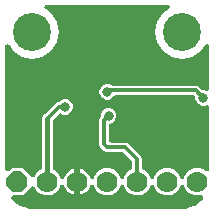
<source format=gbr>
G04 EAGLE Gerber RS-274X export*
G75*
%MOMM*%
%FSLAX34Y34*%
%LPD*%
%INBottom Copper*%
%IPPOS*%
%AMOC8*
5,1,8,0,0,1.08239X$1,22.5*%
G01*
%ADD10C,3.216000*%
%ADD11P,1.924489X8X112.500000*%
%ADD12C,1.778000*%
%ADD13C,0.800100*%
%ADD14C,0.406400*%
%ADD15C,0.304800*%

G36*
X152466Y2547D02*
X152466Y2547D01*
X152559Y2547D01*
X155818Y2803D01*
X155890Y2816D01*
X155963Y2820D01*
X156128Y2859D01*
X156214Y2875D01*
X156245Y2887D01*
X156286Y2897D01*
X162483Y4910D01*
X162623Y4972D01*
X162766Y5026D01*
X162813Y5055D01*
X162852Y5072D01*
X162922Y5121D01*
X163050Y5199D01*
X168322Y9029D01*
X168436Y9131D01*
X168555Y9227D01*
X168591Y9269D01*
X168622Y9297D01*
X168674Y9366D01*
X168771Y9478D01*
X169807Y10904D01*
X169830Y10944D01*
X169860Y10980D01*
X169932Y11118D01*
X170010Y11251D01*
X170025Y11296D01*
X170047Y11337D01*
X170090Y11485D01*
X170140Y11632D01*
X170147Y11679D01*
X170160Y11723D01*
X170173Y11878D01*
X170193Y12031D01*
X170190Y12078D01*
X170194Y12125D01*
X170177Y12278D01*
X170167Y12433D01*
X170154Y12478D01*
X170149Y12525D01*
X170102Y12672D01*
X170061Y12822D01*
X170040Y12863D01*
X170026Y12908D01*
X169950Y13043D01*
X169881Y13182D01*
X169852Y13219D01*
X169829Y13259D01*
X169729Y13377D01*
X169634Y13499D01*
X169598Y13530D01*
X169568Y13565D01*
X169446Y13661D01*
X169328Y13762D01*
X169287Y13785D01*
X169251Y13813D01*
X169112Y13883D01*
X168977Y13959D01*
X168933Y13973D01*
X168891Y13994D01*
X168742Y14035D01*
X168594Y14083D01*
X168548Y14088D01*
X168503Y14100D01*
X168348Y14111D01*
X168194Y14129D01*
X168148Y14125D01*
X168101Y14128D01*
X167947Y14108D01*
X167793Y14095D01*
X167748Y14082D01*
X167702Y14076D01*
X167464Y13999D01*
X167406Y13983D01*
X167397Y13978D01*
X167386Y13974D01*
X167374Y13969D01*
X162826Y13969D01*
X158625Y15709D01*
X155409Y18925D01*
X154277Y21660D01*
X154272Y21668D01*
X154270Y21676D01*
X154177Y21845D01*
X154086Y22015D01*
X154081Y22022D01*
X154076Y22030D01*
X153952Y22177D01*
X153830Y22325D01*
X153823Y22331D01*
X153817Y22338D01*
X153666Y22458D01*
X153517Y22579D01*
X153510Y22583D01*
X153502Y22589D01*
X153332Y22676D01*
X153161Y22766D01*
X153152Y22769D01*
X153144Y22773D01*
X152962Y22824D01*
X152774Y22879D01*
X152765Y22880D01*
X152757Y22882D01*
X152566Y22897D01*
X152373Y22914D01*
X152364Y22913D01*
X152356Y22913D01*
X152165Y22890D01*
X151973Y22869D01*
X151965Y22866D01*
X151956Y22865D01*
X151775Y22805D01*
X151590Y22745D01*
X151582Y22741D01*
X151574Y22738D01*
X151407Y22643D01*
X151238Y22549D01*
X151232Y22543D01*
X151224Y22539D01*
X151077Y22411D01*
X150933Y22287D01*
X150927Y22280D01*
X150920Y22274D01*
X150803Y22121D01*
X150684Y21970D01*
X150680Y21962D01*
X150675Y21955D01*
X150523Y21660D01*
X149391Y18925D01*
X146175Y15709D01*
X143425Y14570D01*
X143424Y14570D01*
X141974Y13969D01*
X137426Y13969D01*
X133225Y15709D01*
X130009Y18925D01*
X128877Y21660D01*
X128872Y21668D01*
X128870Y21676D01*
X128776Y21847D01*
X128686Y22015D01*
X128681Y22022D01*
X128676Y22030D01*
X128552Y22178D01*
X128430Y22325D01*
X128423Y22331D01*
X128417Y22338D01*
X128267Y22458D01*
X128117Y22579D01*
X128109Y22583D01*
X128102Y22589D01*
X127930Y22677D01*
X127761Y22766D01*
X127752Y22769D01*
X127744Y22773D01*
X127558Y22825D01*
X127374Y22879D01*
X127365Y22880D01*
X127357Y22882D01*
X127166Y22897D01*
X126973Y22914D01*
X126964Y22913D01*
X126956Y22913D01*
X126764Y22890D01*
X126573Y22869D01*
X126565Y22866D01*
X126556Y22865D01*
X126373Y22804D01*
X126190Y22745D01*
X126182Y22741D01*
X126174Y22738D01*
X126007Y22643D01*
X125838Y22549D01*
X125832Y22543D01*
X125824Y22539D01*
X125679Y22412D01*
X125533Y22287D01*
X125527Y22280D01*
X125520Y22274D01*
X125403Y22121D01*
X125284Y21970D01*
X125280Y21962D01*
X125275Y21955D01*
X125123Y21660D01*
X123991Y18925D01*
X120775Y15709D01*
X118025Y14570D01*
X118024Y14570D01*
X116574Y13969D01*
X112026Y13969D01*
X107825Y15709D01*
X104609Y18925D01*
X103477Y21660D01*
X103472Y21668D01*
X103470Y21676D01*
X103376Y21847D01*
X103286Y22015D01*
X103281Y22022D01*
X103276Y22030D01*
X103152Y22178D01*
X103030Y22325D01*
X103023Y22331D01*
X103017Y22338D01*
X102867Y22458D01*
X102717Y22579D01*
X102709Y22583D01*
X102702Y22589D01*
X102530Y22677D01*
X102361Y22766D01*
X102352Y22769D01*
X102344Y22773D01*
X102158Y22825D01*
X101974Y22879D01*
X101965Y22880D01*
X101957Y22882D01*
X101766Y22897D01*
X101573Y22914D01*
X101564Y22913D01*
X101556Y22913D01*
X101364Y22890D01*
X101173Y22869D01*
X101165Y22866D01*
X101156Y22865D01*
X100973Y22804D01*
X100790Y22745D01*
X100782Y22741D01*
X100774Y22738D01*
X100607Y22643D01*
X100438Y22549D01*
X100432Y22543D01*
X100424Y22539D01*
X100279Y22412D01*
X100133Y22287D01*
X100127Y22280D01*
X100120Y22274D01*
X100003Y22121D01*
X99884Y21970D01*
X99880Y21962D01*
X99875Y21955D01*
X99723Y21660D01*
X98591Y18925D01*
X95375Y15709D01*
X92625Y14570D01*
X92624Y14570D01*
X91174Y13969D01*
X86626Y13969D01*
X82425Y15709D01*
X79209Y18925D01*
X78069Y21678D01*
X78027Y21756D01*
X77994Y21838D01*
X77933Y21933D01*
X77879Y22032D01*
X77823Y22101D01*
X77774Y22175D01*
X77695Y22256D01*
X77623Y22343D01*
X77554Y22399D01*
X77491Y22462D01*
X77398Y22525D01*
X77310Y22597D01*
X77232Y22638D01*
X77158Y22688D01*
X77053Y22731D01*
X76954Y22784D01*
X76868Y22809D01*
X76786Y22843D01*
X76676Y22865D01*
X76567Y22897D01*
X76479Y22904D01*
X76392Y22922D01*
X76279Y22922D01*
X76166Y22931D01*
X76078Y22921D01*
X75989Y22921D01*
X75878Y22899D01*
X75766Y22886D01*
X75682Y22859D01*
X75594Y22841D01*
X75490Y22798D01*
X75383Y22763D01*
X75305Y22720D01*
X75223Y22685D01*
X75130Y22622D01*
X75031Y22567D01*
X74964Y22509D01*
X74890Y22459D01*
X74811Y22378D01*
X74725Y22305D01*
X74671Y22235D01*
X74608Y22172D01*
X74547Y22077D01*
X74477Y21988D01*
X74437Y21908D01*
X74389Y21834D01*
X74334Y21704D01*
X74296Y21628D01*
X74284Y21584D01*
X74261Y21528D01*
X74093Y21012D01*
X73276Y19409D01*
X72219Y17953D01*
X70947Y16681D01*
X69491Y15624D01*
X67888Y14807D01*
X66177Y14251D01*
X65999Y14223D01*
X65999Y24932D01*
X65997Y24950D01*
X65999Y24967D01*
X65978Y25149D01*
X65959Y25332D01*
X65954Y25349D01*
X65952Y25367D01*
X65939Y25408D01*
X65966Y25502D01*
X65968Y25520D01*
X65972Y25537D01*
X65999Y25868D01*
X65999Y36577D01*
X66177Y36549D01*
X67888Y35993D01*
X69491Y35176D01*
X70947Y34119D01*
X72219Y32847D01*
X73276Y31391D01*
X74093Y29788D01*
X74261Y29272D01*
X74297Y29191D01*
X74323Y29106D01*
X74377Y29007D01*
X74423Y28903D01*
X74474Y28831D01*
X74516Y28753D01*
X74589Y28666D01*
X74654Y28574D01*
X74718Y28513D01*
X74775Y28445D01*
X74864Y28374D01*
X74946Y28296D01*
X75021Y28249D01*
X75090Y28194D01*
X75191Y28142D01*
X75286Y28082D01*
X75369Y28050D01*
X75448Y28010D01*
X75557Y27979D01*
X75663Y27939D01*
X75750Y27924D01*
X75836Y27900D01*
X75948Y27891D01*
X76060Y27873D01*
X76149Y27876D01*
X76237Y27869D01*
X76349Y27883D01*
X76462Y27886D01*
X76549Y27907D01*
X76637Y27918D01*
X76744Y27953D01*
X76854Y27979D01*
X76935Y28016D01*
X77019Y28044D01*
X77117Y28100D01*
X77220Y28147D01*
X77292Y28200D01*
X77369Y28244D01*
X77454Y28318D01*
X77545Y28384D01*
X77605Y28450D01*
X77672Y28508D01*
X77741Y28598D01*
X77818Y28681D01*
X77864Y28757D01*
X77918Y28827D01*
X77982Y28953D01*
X78026Y29025D01*
X78042Y29069D01*
X78069Y29122D01*
X79209Y31875D01*
X82425Y35091D01*
X82686Y35199D01*
X86626Y36831D01*
X91174Y36831D01*
X95375Y35091D01*
X98591Y31875D01*
X99723Y29140D01*
X99728Y29132D01*
X99730Y29124D01*
X99822Y28956D01*
X99914Y28785D01*
X99919Y28778D01*
X99924Y28770D01*
X100047Y28624D01*
X100170Y28475D01*
X100177Y28469D01*
X100183Y28462D01*
X100333Y28342D01*
X100483Y28221D01*
X100491Y28217D01*
X100497Y28211D01*
X100668Y28124D01*
X100839Y28034D01*
X100848Y28031D01*
X100856Y28027D01*
X101040Y27975D01*
X101226Y27921D01*
X101234Y27920D01*
X101243Y27918D01*
X101434Y27903D01*
X101627Y27886D01*
X101636Y27887D01*
X101644Y27887D01*
X101834Y27910D01*
X102027Y27931D01*
X102035Y27934D01*
X102044Y27935D01*
X102226Y27995D01*
X102410Y28055D01*
X102418Y28059D01*
X102426Y28062D01*
X102594Y28157D01*
X102762Y28251D01*
X102768Y28257D01*
X102776Y28261D01*
X102921Y28388D01*
X103067Y28513D01*
X103073Y28520D01*
X103080Y28526D01*
X103197Y28678D01*
X103316Y28830D01*
X103320Y28838D01*
X103325Y28845D01*
X103477Y29140D01*
X104609Y31875D01*
X107825Y35091D01*
X108981Y35569D01*
X109001Y35580D01*
X109022Y35587D01*
X109179Y35675D01*
X109336Y35760D01*
X109353Y35774D01*
X109373Y35785D01*
X109509Y35902D01*
X109647Y36016D01*
X109661Y36033D01*
X109678Y36048D01*
X109787Y36189D01*
X109900Y36329D01*
X109911Y36348D01*
X109924Y36366D01*
X110004Y36526D01*
X110087Y36685D01*
X110094Y36707D01*
X110104Y36727D01*
X110150Y36900D01*
X110200Y37072D01*
X110202Y37094D01*
X110208Y37115D01*
X110235Y37446D01*
X110235Y41925D01*
X110233Y41952D01*
X110235Y41978D01*
X110213Y42152D01*
X110195Y42326D01*
X110188Y42351D01*
X110184Y42378D01*
X110129Y42543D01*
X110077Y42710D01*
X110064Y42734D01*
X110056Y42759D01*
X109969Y42911D01*
X109885Y43065D01*
X109868Y43085D01*
X109855Y43108D01*
X109640Y43361D01*
X103051Y49950D01*
X103031Y49967D01*
X103013Y49988D01*
X102875Y50095D01*
X102740Y50205D01*
X102716Y50218D01*
X102695Y50234D01*
X102538Y50312D01*
X102384Y50394D01*
X102359Y50402D01*
X102334Y50414D01*
X102165Y50459D01*
X101998Y50509D01*
X101972Y50511D01*
X101946Y50518D01*
X101615Y50545D01*
X88091Y50545D01*
X86598Y51164D01*
X82914Y54848D01*
X82295Y56341D01*
X82295Y78279D01*
X82914Y79772D01*
X83034Y79892D01*
X83051Y79913D01*
X83071Y79930D01*
X83178Y80068D01*
X83289Y80204D01*
X83301Y80227D01*
X83318Y80249D01*
X83396Y80405D01*
X83478Y80559D01*
X83485Y80585D01*
X83497Y80609D01*
X83543Y80778D01*
X83592Y80945D01*
X83595Y80972D01*
X83602Y80998D01*
X83629Y81329D01*
X83629Y82581D01*
X84625Y84985D01*
X86465Y86825D01*
X88869Y87821D01*
X91471Y87821D01*
X93875Y86825D01*
X95715Y84985D01*
X96711Y82581D01*
X96711Y79979D01*
X95715Y77575D01*
X93875Y75735D01*
X93328Y75508D01*
X93327Y75508D01*
X91679Y74825D01*
X91659Y74814D01*
X91638Y74807D01*
X91481Y74719D01*
X91324Y74635D01*
X91307Y74620D01*
X91287Y74609D01*
X91151Y74492D01*
X91013Y74378D01*
X90999Y74361D01*
X90982Y74346D01*
X90873Y74205D01*
X90760Y74066D01*
X90749Y74046D01*
X90736Y74028D01*
X90656Y73867D01*
X90573Y73709D01*
X90566Y73688D01*
X90556Y73668D01*
X90510Y73494D01*
X90460Y73323D01*
X90458Y73300D01*
X90452Y73279D01*
X90425Y72948D01*
X90425Y60706D01*
X90427Y60688D01*
X90425Y60670D01*
X90446Y60488D01*
X90465Y60305D01*
X90470Y60288D01*
X90472Y60271D01*
X90529Y60096D01*
X90583Y59920D01*
X90591Y59905D01*
X90597Y59888D01*
X90688Y59727D01*
X90775Y59566D01*
X90786Y59553D01*
X90795Y59537D01*
X90915Y59398D01*
X91032Y59257D01*
X91046Y59246D01*
X91058Y59232D01*
X91203Y59120D01*
X91346Y59005D01*
X91362Y58997D01*
X91376Y58986D01*
X91541Y58904D01*
X91703Y58819D01*
X91720Y58814D01*
X91736Y58806D01*
X91915Y58759D01*
X92090Y58708D01*
X92108Y58706D01*
X92125Y58702D01*
X92456Y58675D01*
X104949Y58675D01*
X106442Y58056D01*
X117746Y46752D01*
X118365Y45259D01*
X118365Y37446D01*
X118367Y37424D01*
X118365Y37402D01*
X118387Y37224D01*
X118405Y37045D01*
X118411Y37024D01*
X118414Y37002D01*
X118470Y36832D01*
X118523Y36661D01*
X118533Y36641D01*
X118540Y36620D01*
X118629Y36464D01*
X118715Y36307D01*
X118729Y36289D01*
X118740Y36270D01*
X118858Y36135D01*
X118972Y35997D01*
X118990Y35983D01*
X119004Y35966D01*
X119147Y35857D01*
X119286Y35745D01*
X119306Y35735D01*
X119323Y35721D01*
X119619Y35569D01*
X120775Y35091D01*
X123991Y31875D01*
X125123Y29140D01*
X125128Y29132D01*
X125130Y29124D01*
X125222Y28956D01*
X125314Y28785D01*
X125319Y28778D01*
X125324Y28770D01*
X125447Y28624D01*
X125570Y28475D01*
X125577Y28469D01*
X125583Y28462D01*
X125733Y28342D01*
X125883Y28221D01*
X125891Y28217D01*
X125897Y28211D01*
X126068Y28124D01*
X126239Y28034D01*
X126248Y28031D01*
X126256Y28027D01*
X126440Y27975D01*
X126626Y27921D01*
X126634Y27920D01*
X126643Y27918D01*
X126834Y27903D01*
X127027Y27886D01*
X127036Y27887D01*
X127044Y27887D01*
X127234Y27910D01*
X127427Y27931D01*
X127435Y27934D01*
X127444Y27935D01*
X127626Y27995D01*
X127810Y28055D01*
X127818Y28059D01*
X127826Y28062D01*
X127994Y28157D01*
X128162Y28251D01*
X128168Y28257D01*
X128176Y28261D01*
X128321Y28388D01*
X128467Y28513D01*
X128473Y28520D01*
X128480Y28526D01*
X128597Y28678D01*
X128716Y28830D01*
X128720Y28838D01*
X128725Y28845D01*
X128877Y29140D01*
X130009Y31875D01*
X133225Y35091D01*
X133486Y35199D01*
X137426Y36831D01*
X141974Y36831D01*
X146175Y35091D01*
X149391Y31875D01*
X150523Y29140D01*
X150528Y29132D01*
X150530Y29124D01*
X150623Y28953D01*
X150714Y28785D01*
X150719Y28778D01*
X150724Y28770D01*
X150847Y28624D01*
X150970Y28475D01*
X150977Y28469D01*
X150983Y28462D01*
X151133Y28343D01*
X151283Y28221D01*
X151291Y28217D01*
X151297Y28211D01*
X151469Y28123D01*
X151639Y28034D01*
X151648Y28031D01*
X151656Y28027D01*
X151841Y27975D01*
X152026Y27921D01*
X152034Y27920D01*
X152043Y27918D01*
X152234Y27903D01*
X152427Y27886D01*
X152436Y27887D01*
X152444Y27887D01*
X152637Y27910D01*
X152827Y27931D01*
X152835Y27934D01*
X152844Y27935D01*
X153029Y27996D01*
X153210Y28055D01*
X153218Y28059D01*
X153226Y28062D01*
X153394Y28157D01*
X153562Y28251D01*
X153568Y28257D01*
X153576Y28261D01*
X153721Y28388D01*
X153867Y28513D01*
X153873Y28520D01*
X153880Y28526D01*
X153997Y28678D01*
X154116Y28830D01*
X154120Y28838D01*
X154125Y28845D01*
X154277Y29140D01*
X155409Y31875D01*
X158625Y35091D01*
X158886Y35199D01*
X162826Y36831D01*
X167374Y36831D01*
X171575Y35091D01*
X171792Y34874D01*
X171799Y34868D01*
X171804Y34861D01*
X171954Y34741D01*
X172103Y34619D01*
X172111Y34615D01*
X172118Y34609D01*
X172288Y34521D01*
X172459Y34430D01*
X172468Y34427D01*
X172475Y34423D01*
X172659Y34371D01*
X172845Y34315D01*
X172854Y34314D01*
X172862Y34312D01*
X173053Y34296D01*
X173246Y34279D01*
X173255Y34280D01*
X173264Y34279D01*
X173453Y34301D01*
X173646Y34322D01*
X173655Y34325D01*
X173663Y34326D01*
X173847Y34386D01*
X174030Y34444D01*
X174038Y34448D01*
X174046Y34451D01*
X174215Y34546D01*
X174382Y34639D01*
X174389Y34644D01*
X174397Y34649D01*
X174542Y34774D01*
X174689Y34899D01*
X174695Y34906D01*
X174702Y34912D01*
X174819Y35063D01*
X174939Y35215D01*
X174943Y35223D01*
X174948Y35230D01*
X175034Y35402D01*
X175121Y35574D01*
X175124Y35582D01*
X175128Y35591D01*
X175178Y35779D01*
X175229Y35962D01*
X175230Y35971D01*
X175232Y35979D01*
X175259Y36310D01*
X175259Y88504D01*
X175258Y88517D01*
X175259Y88530D01*
X175238Y88716D01*
X175219Y88904D01*
X175215Y88917D01*
X175214Y88931D01*
X175157Y89109D01*
X175101Y89289D01*
X175095Y89301D01*
X175091Y89314D01*
X174999Y89478D01*
X174909Y89643D01*
X174901Y89654D01*
X174894Y89665D01*
X174771Y89809D01*
X174652Y89953D01*
X174641Y89961D01*
X174633Y89971D01*
X174485Y90087D01*
X174338Y90205D01*
X174326Y90211D01*
X174316Y90219D01*
X174147Y90304D01*
X173981Y90390D01*
X173968Y90394D01*
X173956Y90400D01*
X173774Y90450D01*
X173594Y90502D01*
X173580Y90503D01*
X173567Y90506D01*
X173381Y90519D01*
X173192Y90535D01*
X173179Y90533D01*
X173166Y90534D01*
X172980Y90510D01*
X172793Y90488D01*
X172780Y90484D01*
X172767Y90482D01*
X172451Y90380D01*
X171481Y89979D01*
X168879Y89979D01*
X166475Y90975D01*
X164635Y92815D01*
X163639Y95219D01*
X163639Y96471D01*
X163636Y96498D01*
X163638Y96525D01*
X163616Y96699D01*
X163599Y96872D01*
X163591Y96898D01*
X163588Y96924D01*
X163532Y97090D01*
X163481Y97257D01*
X163468Y97281D01*
X163459Y97306D01*
X163372Y97458D01*
X163289Y97611D01*
X163272Y97631D01*
X163259Y97655D01*
X163044Y97908D01*
X162741Y98210D01*
X162721Y98227D01*
X162703Y98248D01*
X162565Y98355D01*
X162430Y98465D01*
X162406Y98478D01*
X162385Y98494D01*
X162228Y98572D01*
X162074Y98654D01*
X162049Y98662D01*
X162024Y98674D01*
X161855Y98719D01*
X161688Y98769D01*
X161662Y98771D01*
X161636Y98778D01*
X161305Y98805D01*
X96180Y98805D01*
X96157Y98803D01*
X96134Y98805D01*
X95957Y98783D01*
X95779Y98765D01*
X95757Y98759D01*
X95734Y98756D01*
X95565Y98700D01*
X95394Y98647D01*
X95374Y98636D01*
X95352Y98629D01*
X95197Y98541D01*
X95040Y98455D01*
X95023Y98441D01*
X95002Y98429D01*
X94868Y98312D01*
X94731Y98198D01*
X94717Y98180D01*
X94699Y98165D01*
X94646Y98095D01*
X92605Y96055D01*
X90201Y95059D01*
X87599Y95059D01*
X85195Y96055D01*
X83355Y97895D01*
X82359Y100299D01*
X82359Y102901D01*
X83355Y105305D01*
X85195Y107145D01*
X87599Y108141D01*
X90201Y108141D01*
X92741Y107089D01*
X92770Y107080D01*
X92798Y107066D01*
X92963Y107022D01*
X93126Y106973D01*
X93157Y106970D01*
X93187Y106962D01*
X93518Y106935D01*
X164639Y106935D01*
X166132Y106316D01*
X168792Y103656D01*
X168813Y103639D01*
X168830Y103619D01*
X168968Y103512D01*
X169104Y103401D01*
X169127Y103389D01*
X169149Y103372D01*
X169305Y103294D01*
X169459Y103212D01*
X169485Y103205D01*
X169509Y103193D01*
X169678Y103147D01*
X169845Y103098D01*
X169872Y103095D01*
X169898Y103088D01*
X170229Y103061D01*
X171481Y103061D01*
X172451Y102660D01*
X172464Y102656D01*
X172475Y102650D01*
X172656Y102598D01*
X172836Y102543D01*
X172849Y102542D01*
X172862Y102538D01*
X173051Y102523D01*
X173237Y102505D01*
X173250Y102506D01*
X173264Y102505D01*
X173450Y102527D01*
X173637Y102547D01*
X173650Y102551D01*
X173663Y102552D01*
X173841Y102610D01*
X174022Y102666D01*
X174033Y102673D01*
X174046Y102677D01*
X174210Y102769D01*
X174375Y102860D01*
X174385Y102868D01*
X174397Y102875D01*
X174539Y102998D01*
X174683Y103119D01*
X174691Y103129D01*
X174702Y103138D01*
X174816Y103285D01*
X174934Y103434D01*
X174940Y103446D01*
X174948Y103456D01*
X175032Y103624D01*
X175118Y103792D01*
X175122Y103805D01*
X175128Y103817D01*
X175177Y103999D01*
X175228Y104179D01*
X175229Y104192D01*
X175232Y104206D01*
X175259Y104536D01*
X175259Y139910D01*
X175259Y139917D01*
X175259Y139924D01*
X175238Y140120D01*
X175219Y140311D01*
X175217Y140317D01*
X175217Y140324D01*
X175159Y140508D01*
X175101Y140696D01*
X175098Y140702D01*
X175096Y140708D01*
X175002Y140879D01*
X174909Y141050D01*
X174905Y141055D01*
X174902Y141061D01*
X174775Y141211D01*
X174652Y141359D01*
X174646Y141363D01*
X174642Y141368D01*
X174490Y141489D01*
X174338Y141611D01*
X174332Y141615D01*
X174327Y141619D01*
X174154Y141707D01*
X173981Y141797D01*
X173974Y141799D01*
X173968Y141802D01*
X173782Y141854D01*
X173594Y141908D01*
X173587Y141909D01*
X173581Y141911D01*
X173388Y141925D01*
X173192Y141941D01*
X173186Y141940D01*
X173179Y141941D01*
X172986Y141917D01*
X172793Y141894D01*
X172786Y141892D01*
X172780Y141891D01*
X172597Y141830D01*
X172410Y141770D01*
X172404Y141766D01*
X172398Y141764D01*
X172231Y141669D01*
X172059Y141572D01*
X172054Y141567D01*
X172048Y141564D01*
X171903Y141437D01*
X171755Y141308D01*
X171750Y141303D01*
X171745Y141299D01*
X171539Y141039D01*
X168424Y136376D01*
X161072Y131464D01*
X152400Y129739D01*
X143728Y131464D01*
X136376Y136376D01*
X131464Y143728D01*
X129739Y152400D01*
X131464Y161072D01*
X136376Y168424D01*
X141039Y171539D01*
X141044Y171543D01*
X141050Y171547D01*
X141197Y171669D01*
X141350Y171795D01*
X141354Y171800D01*
X141359Y171804D01*
X141478Y171953D01*
X141604Y172107D01*
X141607Y172113D01*
X141611Y172118D01*
X141700Y172289D01*
X141792Y172463D01*
X141794Y172470D01*
X141797Y172475D01*
X141851Y172663D01*
X141906Y172849D01*
X141907Y172856D01*
X141908Y172862D01*
X141924Y173058D01*
X141941Y173250D01*
X141941Y173257D01*
X141941Y173264D01*
X141919Y173457D01*
X141897Y173650D01*
X141895Y173657D01*
X141894Y173663D01*
X141834Y173850D01*
X141775Y174034D01*
X141772Y174040D01*
X141770Y174046D01*
X141674Y174216D01*
X141579Y174386D01*
X141575Y174391D01*
X141572Y174397D01*
X141446Y174542D01*
X141318Y174692D01*
X141313Y174697D01*
X141308Y174702D01*
X141157Y174819D01*
X141002Y174941D01*
X140996Y174944D01*
X140990Y174948D01*
X140816Y175035D01*
X140642Y175123D01*
X140636Y175125D01*
X140630Y175128D01*
X140441Y175178D01*
X140254Y175230D01*
X140248Y175230D01*
X140241Y175232D01*
X139910Y175259D01*
X37890Y175259D01*
X37883Y175259D01*
X37876Y175259D01*
X37681Y175238D01*
X37489Y175219D01*
X37483Y175217D01*
X37476Y175217D01*
X37291Y175158D01*
X37104Y175101D01*
X37098Y175098D01*
X37092Y175096D01*
X36922Y175003D01*
X36750Y174909D01*
X36745Y174905D01*
X36739Y174902D01*
X36590Y174776D01*
X36441Y174652D01*
X36437Y174647D01*
X36432Y174642D01*
X36310Y174489D01*
X36189Y174338D01*
X36185Y174332D01*
X36181Y174327D01*
X36093Y174153D01*
X36003Y173981D01*
X36001Y173974D01*
X35998Y173968D01*
X35946Y173782D01*
X35892Y173594D01*
X35891Y173587D01*
X35889Y173581D01*
X35875Y173388D01*
X35859Y173192D01*
X35860Y173186D01*
X35859Y173179D01*
X35883Y172986D01*
X35906Y172793D01*
X35908Y172786D01*
X35909Y172780D01*
X35970Y172595D01*
X36031Y172410D01*
X36034Y172404D01*
X36036Y172398D01*
X36133Y172229D01*
X36228Y172059D01*
X36233Y172054D01*
X36236Y172048D01*
X36364Y171903D01*
X36492Y171755D01*
X36497Y171750D01*
X36501Y171745D01*
X36761Y171539D01*
X41424Y168424D01*
X46336Y161072D01*
X48061Y152400D01*
X46336Y143728D01*
X41424Y136376D01*
X34072Y131464D01*
X25400Y129739D01*
X16728Y131464D01*
X9376Y136376D01*
X6261Y141039D01*
X6257Y141044D01*
X6253Y141050D01*
X6129Y141199D01*
X6005Y141350D01*
X6000Y141354D01*
X5996Y141359D01*
X5843Y141482D01*
X5693Y141604D01*
X5687Y141607D01*
X5682Y141611D01*
X5510Y141701D01*
X5337Y141792D01*
X5330Y141794D01*
X5325Y141797D01*
X5139Y141850D01*
X4951Y141906D01*
X4944Y141907D01*
X4938Y141908D01*
X4744Y141924D01*
X4550Y141941D01*
X4543Y141941D01*
X4536Y141941D01*
X4343Y141919D01*
X4150Y141897D01*
X4143Y141895D01*
X4137Y141894D01*
X3950Y141834D01*
X3766Y141775D01*
X3760Y141772D01*
X3754Y141769D01*
X3582Y141673D01*
X3414Y141579D01*
X3409Y141575D01*
X3403Y141572D01*
X3255Y141444D01*
X3108Y141318D01*
X3104Y141313D01*
X3098Y141308D01*
X2979Y141154D01*
X2859Y141002D01*
X2856Y140996D01*
X2852Y140990D01*
X2765Y140815D01*
X2677Y140642D01*
X2675Y140636D01*
X2672Y140630D01*
X2621Y140440D01*
X2570Y140254D01*
X2570Y140248D01*
X2568Y140241D01*
X2541Y139910D01*
X2541Y36310D01*
X2542Y36301D01*
X2541Y36292D01*
X2562Y36100D01*
X2581Y35909D01*
X2583Y35901D01*
X2584Y35892D01*
X2642Y35710D01*
X2699Y35525D01*
X2703Y35517D01*
X2706Y35508D01*
X2799Y35340D01*
X2891Y35171D01*
X2896Y35164D01*
X2901Y35156D01*
X3025Y35009D01*
X3148Y34861D01*
X3155Y34856D01*
X3161Y34849D01*
X3312Y34730D01*
X3462Y34609D01*
X3470Y34605D01*
X3477Y34599D01*
X3650Y34511D01*
X3819Y34423D01*
X3828Y34421D01*
X3836Y34417D01*
X4022Y34365D01*
X4206Y34312D01*
X4215Y34311D01*
X4224Y34309D01*
X4417Y34295D01*
X4608Y34279D01*
X4616Y34280D01*
X4625Y34280D01*
X4818Y34304D01*
X5007Y34326D01*
X5016Y34329D01*
X5025Y34330D01*
X5208Y34391D01*
X5390Y34451D01*
X5398Y34455D01*
X5406Y34458D01*
X5572Y34554D01*
X5741Y34649D01*
X5748Y34655D01*
X5755Y34659D01*
X6008Y34874D01*
X7965Y36831D01*
X17435Y36831D01*
X24497Y29768D01*
X24507Y29760D01*
X24516Y29750D01*
X24663Y29633D01*
X24808Y29513D01*
X24820Y29507D01*
X24831Y29499D01*
X24998Y29413D01*
X25164Y29325D01*
X25177Y29321D01*
X25189Y29315D01*
X25369Y29264D01*
X25550Y29210D01*
X25564Y29209D01*
X25576Y29205D01*
X25762Y29191D01*
X25951Y29174D01*
X25965Y29175D01*
X25978Y29174D01*
X26162Y29197D01*
X26351Y29217D01*
X26364Y29221D01*
X26377Y29223D01*
X26555Y29281D01*
X26735Y29339D01*
X26747Y29345D01*
X26760Y29349D01*
X26924Y29443D01*
X27088Y29533D01*
X27098Y29542D01*
X27109Y29549D01*
X27252Y29673D01*
X27395Y29794D01*
X27403Y29804D01*
X27413Y29813D01*
X27527Y29962D01*
X27644Y30110D01*
X27650Y30122D01*
X27658Y30132D01*
X27810Y30427D01*
X28409Y31875D01*
X31625Y35091D01*
X32273Y35359D01*
X32293Y35370D01*
X32314Y35376D01*
X32470Y35465D01*
X32628Y35549D01*
X32645Y35563D01*
X32665Y35574D01*
X32800Y35691D01*
X32939Y35806D01*
X32953Y35823D01*
X32970Y35838D01*
X33079Y35979D01*
X33192Y36118D01*
X33203Y36138D01*
X33216Y36156D01*
X33296Y36316D01*
X33379Y36475D01*
X33386Y36496D01*
X33396Y36516D01*
X33442Y36690D01*
X33492Y36861D01*
X33494Y36883D01*
X33500Y36905D01*
X33527Y37236D01*
X33527Y79650D01*
X34223Y81330D01*
X35510Y82617D01*
X36363Y82970D01*
X36390Y82985D01*
X36420Y82995D01*
X36568Y83080D01*
X36718Y83160D01*
X36742Y83180D01*
X36769Y83196D01*
X37022Y83410D01*
X44528Y90917D01*
X45958Y92346D01*
X47491Y92981D01*
X47540Y92987D01*
X47713Y93005D01*
X47739Y93012D01*
X47765Y93016D01*
X47931Y93071D01*
X48098Y93123D01*
X48122Y93136D01*
X48147Y93144D01*
X48299Y93231D01*
X48452Y93315D01*
X48473Y93332D01*
X48496Y93345D01*
X48749Y93560D01*
X49635Y94445D01*
X52039Y95441D01*
X54641Y95441D01*
X57045Y94445D01*
X58885Y92605D01*
X59881Y90201D01*
X59881Y87599D01*
X58885Y85195D01*
X57045Y83355D01*
X54641Y82359D01*
X52039Y82359D01*
X50060Y83178D01*
X50039Y83185D01*
X50019Y83195D01*
X49846Y83243D01*
X49675Y83295D01*
X49653Y83297D01*
X49631Y83303D01*
X49451Y83316D01*
X49274Y83333D01*
X49252Y83331D01*
X49229Y83332D01*
X49051Y83310D01*
X48873Y83291D01*
X48852Y83285D01*
X48830Y83282D01*
X48660Y83225D01*
X48489Y83172D01*
X48469Y83161D01*
X48448Y83154D01*
X48293Y83064D01*
X48136Y82978D01*
X48119Y82964D01*
X48099Y82953D01*
X47846Y82738D01*
X43268Y78159D01*
X43251Y78139D01*
X43230Y78121D01*
X43124Y77984D01*
X43013Y77848D01*
X43000Y77824D01*
X42984Y77803D01*
X42906Y77647D01*
X42824Y77492D01*
X42816Y77466D01*
X42804Y77442D01*
X42759Y77274D01*
X42709Y77106D01*
X42707Y77080D01*
X42700Y77054D01*
X42673Y76723D01*
X42673Y37236D01*
X42675Y37213D01*
X42673Y37191D01*
X42695Y37014D01*
X42713Y36835D01*
X42719Y36814D01*
X42722Y36792D01*
X42778Y36622D01*
X42831Y36450D01*
X42841Y36430D01*
X42848Y36409D01*
X42937Y36254D01*
X43023Y36096D01*
X43037Y36079D01*
X43048Y36060D01*
X43165Y35925D01*
X43280Y35787D01*
X43298Y35773D01*
X43312Y35756D01*
X43454Y35647D01*
X43594Y35535D01*
X43614Y35524D01*
X43632Y35511D01*
X43927Y35359D01*
X44575Y35091D01*
X47791Y31875D01*
X48931Y29122D01*
X48973Y29044D01*
X49006Y28962D01*
X49067Y28867D01*
X49121Y28768D01*
X49177Y28699D01*
X49226Y28625D01*
X49305Y28544D01*
X49377Y28457D01*
X49446Y28401D01*
X49509Y28338D01*
X49602Y28275D01*
X49690Y28203D01*
X49768Y28162D01*
X49842Y28112D01*
X49947Y28069D01*
X50046Y28016D01*
X50132Y27991D01*
X50214Y27957D01*
X50324Y27935D01*
X50433Y27903D01*
X50521Y27896D01*
X50608Y27878D01*
X50721Y27878D01*
X50834Y27869D01*
X50922Y27879D01*
X51011Y27879D01*
X51122Y27901D01*
X51234Y27914D01*
X51318Y27941D01*
X51406Y27959D01*
X51510Y28002D01*
X51617Y28037D01*
X51695Y28080D01*
X51777Y28115D01*
X51870Y28178D01*
X51969Y28233D01*
X52036Y28291D01*
X52110Y28341D01*
X52189Y28422D01*
X52275Y28495D01*
X52329Y28565D01*
X52392Y28628D01*
X52453Y28723D01*
X52523Y28812D01*
X52563Y28892D01*
X52611Y28966D01*
X52666Y29096D01*
X52704Y29172D01*
X52716Y29216D01*
X52739Y29272D01*
X52907Y29788D01*
X53724Y31391D01*
X54781Y32847D01*
X56053Y34119D01*
X57509Y35176D01*
X59112Y35993D01*
X60823Y36549D01*
X61001Y36577D01*
X61001Y25868D01*
X61002Y25850D01*
X61001Y25833D01*
X61022Y25650D01*
X61041Y25468D01*
X61046Y25451D01*
X61048Y25433D01*
X61061Y25392D01*
X61034Y25298D01*
X61032Y25280D01*
X61028Y25263D01*
X61001Y24932D01*
X61001Y14223D01*
X60823Y14251D01*
X59112Y14807D01*
X57509Y15624D01*
X56053Y16681D01*
X54781Y17953D01*
X53724Y19409D01*
X52907Y21012D01*
X52739Y21528D01*
X52703Y21609D01*
X52677Y21694D01*
X52623Y21793D01*
X52577Y21897D01*
X52526Y21969D01*
X52484Y22047D01*
X52411Y22134D01*
X52346Y22226D01*
X52282Y22287D01*
X52225Y22355D01*
X52136Y22426D01*
X52054Y22504D01*
X51979Y22551D01*
X51910Y22606D01*
X51809Y22658D01*
X51714Y22718D01*
X51631Y22750D01*
X51552Y22790D01*
X51443Y22821D01*
X51337Y22861D01*
X51250Y22876D01*
X51164Y22900D01*
X51052Y22909D01*
X50940Y22927D01*
X50851Y22924D01*
X50763Y22931D01*
X50651Y22917D01*
X50538Y22914D01*
X50451Y22893D01*
X50363Y22882D01*
X50256Y22847D01*
X50146Y22821D01*
X50065Y22784D01*
X49981Y22756D01*
X49883Y22700D01*
X49780Y22653D01*
X49708Y22600D01*
X49631Y22556D01*
X49546Y22482D01*
X49455Y22416D01*
X49395Y22350D01*
X49328Y22292D01*
X49259Y22202D01*
X49182Y22119D01*
X49136Y22043D01*
X49082Y21973D01*
X49018Y21847D01*
X48974Y21775D01*
X48958Y21731D01*
X48931Y21678D01*
X47791Y18925D01*
X44575Y15709D01*
X41825Y14570D01*
X41824Y14570D01*
X40374Y13969D01*
X35826Y13969D01*
X31625Y15709D01*
X28409Y18925D01*
X27810Y20373D01*
X27804Y20384D01*
X27800Y20397D01*
X27709Y20561D01*
X27620Y20727D01*
X27611Y20738D01*
X27605Y20749D01*
X27484Y20892D01*
X27363Y21038D01*
X27353Y21046D01*
X27344Y21056D01*
X27197Y21173D01*
X27051Y21291D01*
X27039Y21298D01*
X27028Y21306D01*
X26860Y21391D01*
X26694Y21479D01*
X26681Y21482D01*
X26669Y21488D01*
X26488Y21539D01*
X26308Y21592D01*
X26294Y21593D01*
X26282Y21596D01*
X26093Y21610D01*
X25907Y21626D01*
X25893Y21625D01*
X25880Y21626D01*
X25693Y21602D01*
X25507Y21581D01*
X25494Y21577D01*
X25481Y21575D01*
X25303Y21516D01*
X25123Y21458D01*
X25112Y21451D01*
X25099Y21447D01*
X24936Y21353D01*
X24772Y21262D01*
X24762Y21253D01*
X24750Y21246D01*
X24497Y21032D01*
X17435Y13969D01*
X9753Y13969D01*
X9702Y13964D01*
X9651Y13967D01*
X9502Y13944D01*
X9352Y13929D01*
X9303Y13914D01*
X9253Y13907D01*
X9111Y13855D01*
X8967Y13811D01*
X8922Y13787D01*
X8874Y13769D01*
X8745Y13691D01*
X8613Y13619D01*
X8574Y13587D01*
X8530Y13560D01*
X8419Y13458D01*
X8304Y13362D01*
X8272Y13322D01*
X8234Y13287D01*
X8146Y13165D01*
X8052Y13048D01*
X8028Y13003D01*
X7998Y12961D01*
X7935Y12824D01*
X7866Y12691D01*
X7852Y12642D01*
X7831Y12595D01*
X7796Y12448D01*
X7755Y12304D01*
X7751Y12253D01*
X7739Y12203D01*
X7734Y12052D01*
X7722Y11902D01*
X7728Y11852D01*
X7726Y11801D01*
X7751Y11652D01*
X7769Y11503D01*
X7785Y11454D01*
X7793Y11404D01*
X7847Y11263D01*
X7894Y11120D01*
X7919Y11075D01*
X7937Y11028D01*
X8057Y10830D01*
X8091Y10769D01*
X8101Y10759D01*
X8109Y10744D01*
X9029Y9478D01*
X9131Y9364D01*
X9227Y9245D01*
X9268Y9210D01*
X9283Y9192D01*
X9285Y9191D01*
X9297Y9178D01*
X9366Y9126D01*
X9478Y9029D01*
X14750Y5199D01*
X14882Y5122D01*
X15010Y5038D01*
X15061Y5017D01*
X15098Y4996D01*
X15179Y4968D01*
X15317Y4910D01*
X21514Y2897D01*
X21586Y2881D01*
X21655Y2856D01*
X21822Y2829D01*
X21907Y2811D01*
X21941Y2810D01*
X21982Y2803D01*
X25241Y2547D01*
X25307Y2548D01*
X25400Y2541D01*
X152400Y2541D01*
X152466Y2547D01*
G37*
D10*
X25400Y152400D03*
X152400Y152400D03*
D11*
X12700Y25400D03*
D12*
X38100Y25400D03*
X63500Y25400D03*
X88900Y25400D03*
X114300Y25400D03*
X139700Y25400D03*
X165100Y25400D03*
D13*
X50800Y125730D03*
X10160Y85090D03*
X53340Y88900D03*
D14*
X38100Y78740D02*
X38100Y25400D01*
D15*
X38100Y78740D02*
X48260Y88900D01*
X53340Y88900D01*
D13*
X90170Y81280D03*
D15*
X86360Y77470D01*
X86360Y57150D01*
X88900Y54610D01*
X104140Y54610D01*
X114300Y44450D01*
X114300Y25400D01*
D13*
X88900Y101600D03*
D15*
X90170Y102870D01*
X163830Y102870D01*
X170180Y96520D01*
D13*
X170180Y96520D03*
M02*

</source>
